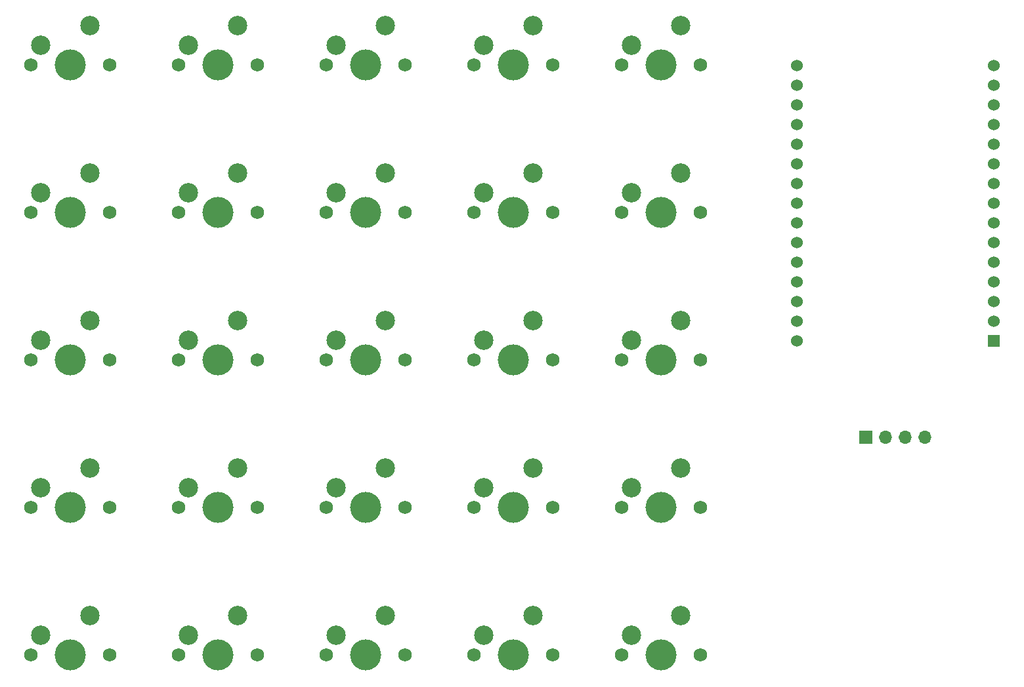
<source format=gts>
%TF.GenerationSoftware,KiCad,Pcbnew,8.0.6*%
%TF.CreationDate,2024-10-21T09:58:38+07:00*%
%TF.ProjectId,CaiPad25_ESP32,43616950-6164-4323-955f-45535033322e,rev?*%
%TF.SameCoordinates,Original*%
%TF.FileFunction,Soldermask,Top*%
%TF.FilePolarity,Negative*%
%FSLAX46Y46*%
G04 Gerber Fmt 4.6, Leading zero omitted, Abs format (unit mm)*
G04 Created by KiCad (PCBNEW 8.0.6) date 2024-10-21 09:58:38*
%MOMM*%
%LPD*%
G01*
G04 APERTURE LIST*
%ADD10C,1.750000*%
%ADD11C,4.000000*%
%ADD12C,2.500000*%
%ADD13R,1.524000X1.524000*%
%ADD14C,1.524000*%
%ADD15R,1.700000X1.700000*%
%ADD16O,1.700000X1.700000*%
G04 APERTURE END LIST*
D10*
%TO.C,S7*%
X61595000Y-66675000D03*
D11*
X66675000Y-66675000D03*
D10*
X71755000Y-66675000D03*
D12*
X62865000Y-64135000D03*
X69215000Y-61595000D03*
%TD*%
D10*
%TO.C,S12*%
X61595000Y-85725000D03*
D11*
X66675000Y-85725000D03*
D10*
X71755000Y-85725000D03*
D12*
X62865000Y-83185000D03*
X69215000Y-80645000D03*
%TD*%
D10*
%TO.C,S4*%
X99695000Y-47625000D03*
D11*
X104775000Y-47625000D03*
D10*
X109855000Y-47625000D03*
D12*
X100965000Y-45085000D03*
X107315000Y-42545000D03*
%TD*%
D10*
%TO.C,S16*%
X42545000Y-104775000D03*
D11*
X47625000Y-104775000D03*
D10*
X52705000Y-104775000D03*
D12*
X43815000Y-102235000D03*
X50165000Y-99695000D03*
%TD*%
D10*
%TO.C,S14*%
X99695000Y-85725000D03*
D11*
X104775000Y-85725000D03*
D10*
X109855000Y-85725000D03*
D12*
X100965000Y-83185000D03*
X107315000Y-80645000D03*
%TD*%
D10*
%TO.C,S21*%
X42545000Y-123825000D03*
D11*
X47625000Y-123825000D03*
D10*
X52705000Y-123825000D03*
D12*
X43815000Y-121285000D03*
X50165000Y-118745000D03*
%TD*%
D10*
%TO.C,S5*%
X118745000Y-47625000D03*
D11*
X123825000Y-47625000D03*
D10*
X128905000Y-47625000D03*
D12*
X120015000Y-45085000D03*
X126365000Y-42545000D03*
%TD*%
D10*
%TO.C,S3*%
X80645000Y-47625000D03*
D11*
X85725000Y-47625000D03*
D10*
X90805000Y-47625000D03*
D12*
X81915000Y-45085000D03*
X88265000Y-42545000D03*
%TD*%
D10*
%TO.C,S1*%
X42545000Y-47625000D03*
D11*
X47625000Y-47625000D03*
D10*
X52705000Y-47625000D03*
D12*
X43815000Y-45085000D03*
X50165000Y-42545000D03*
%TD*%
D10*
%TO.C,S13*%
X80645000Y-85725000D03*
D11*
X85725000Y-85725000D03*
D10*
X90805000Y-85725000D03*
D12*
X81915000Y-83185000D03*
X88265000Y-80645000D03*
%TD*%
D10*
%TO.C,S11*%
X42545000Y-85725000D03*
D11*
X47625000Y-85725000D03*
D10*
X52705000Y-85725000D03*
D12*
X43815000Y-83185000D03*
X50165000Y-80645000D03*
%TD*%
D10*
%TO.C,S22*%
X61595000Y-123825000D03*
D11*
X66675000Y-123825000D03*
D10*
X71755000Y-123825000D03*
D12*
X62865000Y-121285000D03*
X69215000Y-118745000D03*
%TD*%
D10*
%TO.C,S17*%
X61595000Y-104775000D03*
D11*
X66675000Y-104775000D03*
D10*
X71755000Y-104775000D03*
D12*
X62865000Y-102235000D03*
X69215000Y-99695000D03*
%TD*%
D10*
%TO.C,S2*%
X61595000Y-47625000D03*
D11*
X66675000Y-47625000D03*
D10*
X71755000Y-47625000D03*
D12*
X62865000Y-45085000D03*
X69215000Y-42545000D03*
%TD*%
D10*
%TO.C,S24*%
X99695000Y-123825000D03*
D11*
X104775000Y-123825000D03*
D10*
X109855000Y-123825000D03*
D12*
X100965000Y-121285000D03*
X107315000Y-118745000D03*
%TD*%
D10*
%TO.C,S9*%
X99695000Y-66675000D03*
D11*
X104775000Y-66675000D03*
D10*
X109855000Y-66675000D03*
D12*
X100965000Y-64135000D03*
X107315000Y-61595000D03*
%TD*%
D10*
%TO.C,S20*%
X118745000Y-104775000D03*
D11*
X123825000Y-104775000D03*
D10*
X128905000Y-104775000D03*
D12*
X120015000Y-102235000D03*
X126365000Y-99695000D03*
%TD*%
D10*
%TO.C,S18*%
X80645000Y-104775000D03*
D11*
X85725000Y-104775000D03*
D10*
X90805000Y-104775000D03*
D12*
X81915000Y-102235000D03*
X88265000Y-99695000D03*
%TD*%
D10*
%TO.C,S25*%
X118745000Y-123825000D03*
D11*
X123825000Y-123825000D03*
D10*
X128905000Y-123825000D03*
D12*
X120015000Y-121285000D03*
X126365000Y-118745000D03*
%TD*%
D10*
%TO.C,S8*%
X80645000Y-66675000D03*
D11*
X85725000Y-66675000D03*
D10*
X90805000Y-66675000D03*
D12*
X81915000Y-64135000D03*
X88265000Y-61595000D03*
%TD*%
D10*
%TO.C,S23*%
X80645000Y-123825000D03*
D11*
X85725000Y-123825000D03*
D10*
X90805000Y-123825000D03*
D12*
X81915000Y-121285000D03*
X88265000Y-118745000D03*
%TD*%
D13*
%TO.C,U1*%
X166714214Y-83274214D03*
D14*
X166714214Y-80734214D03*
X166714214Y-78194214D03*
X166714214Y-75654214D03*
X166714214Y-73114214D03*
X166714214Y-70574214D03*
X166714214Y-68034214D03*
X166714214Y-65494214D03*
X166714214Y-62954214D03*
X166714214Y-60414214D03*
X166714214Y-57874214D03*
X166714214Y-55334214D03*
X166714214Y-52794214D03*
X166714214Y-50254214D03*
X166714214Y-47714214D03*
X141314214Y-47714214D03*
X141314214Y-50254214D03*
X141314214Y-52794214D03*
X141314214Y-55334214D03*
X141314214Y-57874214D03*
X141314214Y-60414214D03*
X141314214Y-62954214D03*
X141314214Y-65494214D03*
X141314214Y-68034214D03*
X141314214Y-70574214D03*
X141314214Y-73114214D03*
X141314214Y-75654214D03*
X141314214Y-78194214D03*
X141314214Y-80734214D03*
X141314214Y-83274214D03*
%TD*%
D10*
%TO.C,S10*%
X118745000Y-66675000D03*
D11*
X123825000Y-66675000D03*
D10*
X128905000Y-66675000D03*
D12*
X120015000Y-64135000D03*
X126365000Y-61595000D03*
%TD*%
D10*
%TO.C,S15*%
X118745000Y-85725000D03*
D11*
X123825000Y-85725000D03*
D10*
X128905000Y-85725000D03*
D12*
X120015000Y-83185000D03*
X126365000Y-80645000D03*
%TD*%
D10*
%TO.C,S19*%
X99695000Y-104775000D03*
D11*
X104775000Y-104775000D03*
D10*
X109855000Y-104775000D03*
D12*
X100965000Y-102235000D03*
X107315000Y-99695000D03*
%TD*%
D10*
%TO.C,S6*%
X42545000Y-66675000D03*
D11*
X47625000Y-66675000D03*
D10*
X52705000Y-66675000D03*
D12*
X43815000Y-64135000D03*
X50165000Y-61595000D03*
%TD*%
D15*
%TO.C,J1*%
X150190000Y-95670000D03*
D16*
X152730000Y-95670000D03*
X155270000Y-95670000D03*
X157810000Y-95670000D03*
%TD*%
M02*

</source>
